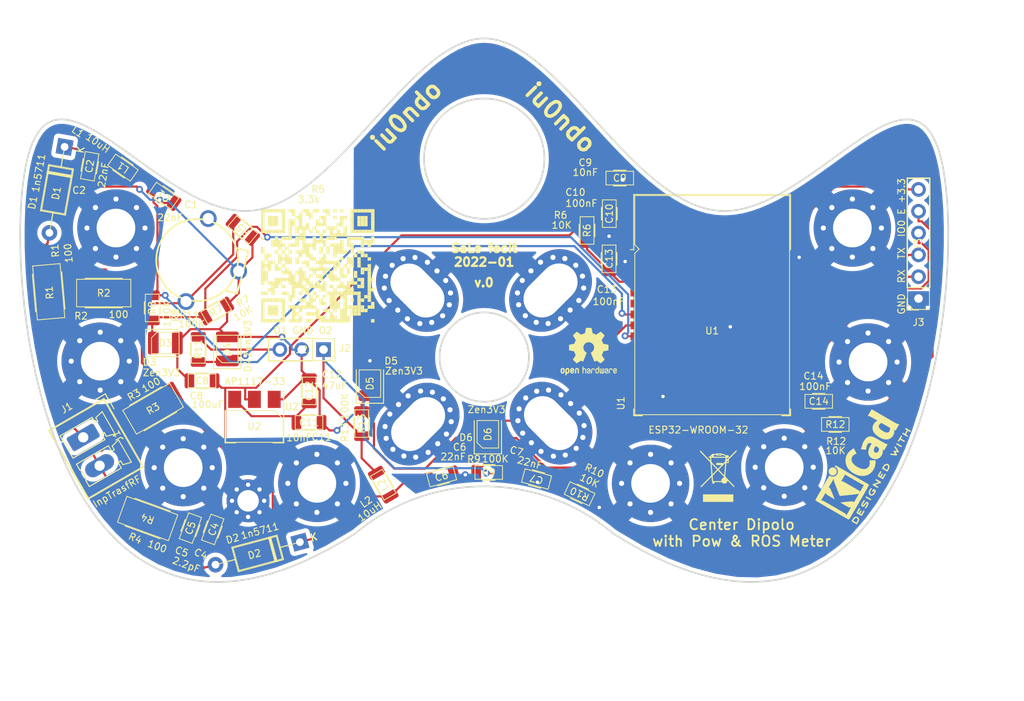
<source format=kicad_pcb>
(kicad_pcb (version 20211014) (generator pcbnew)
  (layers (0 "F.Cu" signal) (31 "B.Cu" signal) (34 "B.Paste" user) (35 "F.Paste" user) (36 "B.SilkS" user "B.Silkscreen") (37 "F.SilkS" user "F.Silkscreen") (38 "B.Mask" user) (39 "F.Mask" user) (44 "Edge.Cuts" user))
  (net 0 "")
  (net 1 "Net-(C4-Pad2)")
  (net 2 "GND")
  (net 3 "Net-(C1-Pad2)")
  (net 4 "Net-(C2-Pad2)")
  (net 5 "Net-(C3-Pad1)")
  (net 6 "Net-(C6-Pad2)")
  (net 7 "Net-(C7-Pad2)")
  (net 8 "Net-(D1-Pad2)")
  (net 9 "Net-(D2-Pad2)")
  (net 36 "Net-(C10-Pad2)")
  (net 37 "Net-(C11-Pad2)")
  (net 38 "Net-(C13-Pad2)")
  (net 39 "Net-(C14-Pad2)")
  (net 40 "Net-(D3-Pad1)")
  (net 41 "Net-(D4-Pad1)")
  (net 42 "Net-(D5-Pad1)")
  (net 43 "Net-(D6-Pad1)")
  (net 44 "Net-(J3-Pad2)")
  (net 45 "Net-(J3-Pad3)")
  (footprint "Resistor_SMD:R_1206_3216Metric" (layer "F.Cu") (at 149.225 113.7412)
    (fp_text reference "R9")
    (fp_text value "100K")
  )
  (footprint "Resistor_SMD:R_1206_3216Metric" (layer "F.Cu") (at 159.7914 116.2304 155)
    (fp_text reference "R10")
    (fp_text value "10K")
  )
  (footprint "Resistor_SMD:R_1206_3216Metric" (layer "F.Cu") (at 120.6246 85.4964 140)
    (fp_text reference "R5")
    (fp_text value "3.3k")
  )
  (footprint "Resistor_SMD:R_1206_3216Metric" (layer "F.Cu") (at 163.2458 83.6168 90)
    (fp_text reference "C10")
    (fp_text value "100nF")
  )
  (footprint "Inductor_SMD:L_1206_3216Metric" (layer "F.Cu") (at 136.9568 115.1636 120)
    (fp_text reference "L2")
    (fp_text value "10uH")
  )
  (footprint "Resistor_SMD:R_1206_3216Metric" (layer "F.Cu") (at 164.465 79.4766 180)
    (fp_text reference "C9")
    (fp_text value "10nF")
  )
  (footprint "Resistor_SMD:R_1206_3216Metric" (layer "F.Cu") (at 110.0836 94.5896 -90)
    (fp_text reference "R8")
    (fp_text value "100K")
  )
  (footprint "Resistor_SMD:R_2512_6332Metric" (layer "F.Cu") (at 98.044 92.71 95)
    (fp_text reference "R1")
    (fp_text value "100")
  )
  (footprint "MountingHole:MountingHole_4.3x7mm_M4_Pad_Via" (layer "F.Cu") (at 140.9281 92.5665 -45)
    (fp_text reference "H7" hide)
    (fp_text value " ")
  )
  (footprint "MountingHole:MountingHole_4.5mm_Pad_Via" (layer "F.Cu") (at 193.3448 100.8888)
    (fp_text reference "H10" hide)
    (fp_text value " ")
  )
  (footprint "Package_TO_SOT_SMD:SOT-223-3_TabPin2" (layer "F.Cu") (at 121.9708 108.3818 -90)
    (fp_text reference "U2")
    (fp_text value "AP1117-33")
  )
  (footprint "MountingHole:MountingHole_4.3x7mm_M4_Pad_Via" (layer "F.Cu") (at 156.464 108.0008 135)
    (fp_text reference "H9" hide)
    (fp_text value " ")
  )
  (footprint "Resistor_SMD:R_1206_3216Metric" (layer "F.Cu") (at 117.5258 94.9452 -150)
    (fp_text reference "R7")
    (fp_text value "10K")
  )
  (footprint "Capacitor_THT:GZC10100" (layer "F.Cu") (at 115.3086 89.0209 -15)
    (fp_text reference "C3")
    (fp_text value "C_Trim" hide)
  )
  (footprint "Diode_THT:D_A-405_P10.16mm_Horizontal" (layer "F.Cu") (at 127.2587 121.8498 -165)
    (fp_text reference "D2")
    (fp_text value "1n5711")
  )
  (footprint "Resistor_SMD:R_1206_3216Metric" (layer "F.Cu") (at 134.4422 108.0516 90)
    (fp_text reference "R13")
    (fp_text value "100K")
  )
  (footprint "Resistor_SMD:R_1206_3216Metric" (layer "F.Cu") (at 111.4298 81.534 145)
    (fp_text reference "C1")
    (fp_text value "22nF")
  )
  (footprint "Resistor_SMD:R_1206_3216Metric" (layer "F.Cu") (at 128.3208 107.9246 180)
    (fp_text reference "C11")
    (fp_text value "10nF")
  )
  (footprint "MountingHole:MountingHole_4.5mm_Pad_Via" (layer "F.Cu") (at 191.516 85.2932)
    (fp_text reference "H11" hide)
    (fp_text value " ")
  )
  (footprint "Resistor_SMD:R_1206_3216Metric" (layer "F.Cu") (at 189.5348 108.1532)
    (fp_text reference "R12")
    (fp_text value "10K")
  )
  (footprint "Resistor_SMD:R_1206_3216Metric" (layer "F.Cu") (at 160.655 85.5726 90)
    (fp_text reference "R6")
    (fp_text value "10K")
  )
  (footprint "MountingHole:MountingHole_4.5mm_Pad_Via" (layer "F.Cu") (at 113.6904 113.1824)
    (fp_text reference "H5" hide)
    (fp_text value " ")
  )
  (footprint "Resistor_SMD:R_1206_3216Metric" (layer "F.Cu") (at 128.3462 104.2416 -90)
    (fp_text reference "C12")
    (fp_text value "47uF")
  )
  (footprint "MountingHole:MountingHole_4.5mm_Pad_Via" (layer "F.Cu") (at 168.0464 115.0112)
    (fp_text reference "H12" hide)
    (fp_text value " ")
  )
  (footprint "Symbol:WEEE-Logo_4.2x6mm_SilkScreen" (layer "F.Cu") (at 175.9204 114.1476)
    (fp_text reference "REF**" hide)
    (fp_text value "WEEE-Logo_4.2x6mm_SilkScreen" hide)
  )
  (footprint "Resistor_SMD:R_2512_6332Metric" (layer "F.Cu") (at 109.5502 119.1006 160)
    (fp_text reference "R4")
    (fp_text value "100")
  )
  (footprint "Resistor_SMD:R_2512_6332Metric" (layer "F.Cu") (at 110.1852 106.3244 -150)
    (fp_text reference "R3")
    (fp_text value "100")
  )
  (footprint "MountingHole:MountingHole_4.3x7mm_M4_Pad_Via" (layer "F.Cu") (at 156.4132 92.5576 45)
    (fp_text reference "H6" hide)
    (fp_text value " ")
  )
  (footprint "Resistor_SMD:R_1206_3216Metric" (layer "F.Cu") (at 115.443 99.4156 90)
    (fp_text reference "R11")
    (fp_text value "100K")
  )
  (footprint "Connector_PinSocket_2.54mm:PinSocket_1x03_P2.54mm_Vertical" (layer "F.Cu") (at 130.0076 99.4406 -90)
    (fp_text reference "J2")
    (fp_text value "O1 GND O2")
  )
  (footprint "Resistor_SMD:R_1206_3216Metric" (layer "F.Cu") (at 102.8192 78.105 80)
    (fp_text reference "C2")
    (fp_text value "22nF")
  )
  (footprint "MountingHole:MountingHole_4.5mm_Pad_Via" (layer "F.Cu") (at 105.8672 85.2932)
    (fp_text reference "H2" hide)
    (fp_text value " ")
  )
  (footprint "Resistor_SMD:R_1206_3216Metric" (layer "F.Cu") (at 114.5286 120.2182 70)
    (fp_text reference "C5")
    (fp_text value "2.2pF" hide)
  )
  (footprint "Resistor_SMD:R_1206_3216Metric" (layer "F.Cu") (at 143.7386 114.2238 -165)
    (fp_text reference "C6")
    (fp_text value "22nF")
  )
  (footprint "Resistor_SMD:R_1206_3216Metric" (layer "F.Cu") (at 154.7876 114.5032 165)
    (fp_text reference "C7")
    (fp_text value "22nF")
  )
  (footprint "MountingHole:MountingHole_4.5mm_Pad_Via" (layer "F.Cu") (at 183.5912 113.1316)
    (fp_text reference "H13" hide)
    (fp_text value " ")
  )
  (footprint "MountingHole:MountingHole_4.3x7mm_M4_Pad_Via" (layer "F.Cu") (at 141.0119 108.1113 -135)
    (fp_text reference "H8" hide)
    (fp_text value " ")
  )
  (footprint "Resistor_SMD:R_2512_6332Metric" (layer "F.Cu") (at 104.4448 92.8624)
    (fp_text reference "R2")
    (fp_text value "100")
  )
  (footprint "Symbol:KiCad-Logo2_5mm_SilkScreen" (layer "F.Cu") (at 192.5828 112.8522 60)
    (fp_text reference "REF**" hide)
    (fp_text value "KiCad-Logo2_5mm_SilkScreen" hide)
  )
  (footprint "Connector_Phoenix_MC:PhoenixContact_MCV_1,5_2-G-3.81_1x02_P3.81mm_Vertical" (layer "F.Cu") (at 102.062 109.6528 -60)
    (fp_text reference "J1")
    (fp_text value "InpTrasfRF")
  )
  (footprint "Connector_PinSocket_2.54mm:PinSocket_1x06_P2.54mm_Vertical" (layer "F.Cu") (at 199.2126 93.4978 180)
    (fp_text reference "J3")
    (fp_text value "GND  RX  TX  IO0 E +3.3")
  )
  (footprint "Diode_SMD:D_1210_3225Metric" (layer "F.Cu") (at 135.4074 103.4034 90)
    (fp_text reference "D5")
    (fp_text value "Zen3V3")
  )
  (footprint "Symbol:OSHW-Logo2_7.3x6mm_SilkScreen" (layer "F.Cu") (at 160.8582 99.6696)
    (fp_text reference "REF**" hide)
    (fp_text value "OSHW-Logo2_7.3x6mm_SilkScreen" hide)
  )
  (footprint "Diode_THT:D_A-405_P10.16mm_Horizontal" (layer "F.Cu") (at 99.8913 75.8454 -100)
    (fp_text reference "D1")
    (fp_text value "1n5711")
  )
  (footprint "Resistor_SMD:R_1206_3216Metric" (layer "F.Cu") (at 187.6044 105.4608 180)
    (fp_text reference "C14")
    (fp_text value "100nF")
  )
  (footprint "Resistor_SMD:R_1206_3216Metric" (layer "F.Cu") (at 115.8748 103.0732)
    (fp_text reference "C8")
    (fp_text value "100uF")
  )
  (footprint "MountingHole:MountingHole_4.5mm_Pad_Via" (layer "F.Cu") (at 104.0384 100.7872)
    (fp_text reference "H4" hide)
    (fp_text value " ")
  )
  (footprint "Diode_SMD:D_1210_3225Metric" (layer "F.Cu") (at 118.8212 99.3648 90)
    (fp_text reference "D4")
    (fp_text value "Zen3V3")
  )
  (footprint "RF_Module:ESP32-WROOM-32" (layer "F.Cu") (at 175.2092 97.2566)
    (fp_text reference "U1")
    (fp_text value "ESP32-WROOM-32")
  )
  (footprint "https://github.com/SaLeeC/CentralElementForDipoleAntennaBNC" (layer "F.Cu") (at 129.3368 89.6874)
    (fp_text reference "QR0001" hide)
    (fp_text value "github.com/SaLeeC/CentralElementForDipoleAntennaBNC" hide)
  )
  (footprint "Resistor_SMD:R_1206_3216Metric" (layer "F.Cu") (at 117.1194 120.3706 70)
    (fp_text reference "C4")
    (fp_text value "2.2pF")
  )
  (footprint "Diode_SMD:D_1210_3225Metric" (layer "F.Cu") (at 111.6076 98.679)
    (fp_text reference "D3")
    (fp_text value "Zen3V3")
  )
  (footprint "Inductor_SMD:L_1206_3216Metric" (layer "F.Cu") (at 106.68 78.2574 145)
    (fp_text reference "L1")
    (fp_text value "10uH")
  )
  (footprint "MountingHole:MountingHole_4.5mm_Pad_Via" (layer "F.Cu") (at 129.2352 115.0112)
    (fp_text reference "H1" hide)
    (fp_text value " ")
  )
  (footprint "Resistor_SMD:R_1206_3216Metric" (layer "F.Cu") (at 163.2204 88.8746 -90)
    (fp_text reference "C13")
    (fp_text value "100nF")
  )
  (footprint "Diode_SMD:D_1210_3225Metric" (layer "F.Cu") (at 149.1234 109.2962 90)
    (fp_text reference "D6")
    (fp_text value "Zen3V3")
  )
  (footprint "MountingHole:MountingHole_2.5mm_Pad_Via" (layer "F.Cu") (at 121.2342 117.0432)
    (fp_text reference "H3" hide)
    (fp_text value " ")
  )
  (gr_arc (start 133.7 120.843757) (mid 148.70001 115.357199) (end 163.700021 120.843757) (layer "Edge.Cuts") (width 0.2))
  (gr_curve (pts (xy 95.3567 78.184) (xy 98.2634 63.227) (xy 110.327 83.312) (xy 120.8786 83.31)) (layer "Edge.Cuts") (width 0.2))
  (gr_curve (pts (xy 133.7 120.843757) (xy 98.7 143.1419) (xy 92.45 93.142) (xy 95.3567 78.184)) (layer "Edge.Cuts") (width 0.2))
  (gr_circle (center 148.7 77.221) (end 155.7 77.221) (layer "Edge.Cuts") (width 0.2) (fill none))
  (gr_curve (pts (xy 148.7 63.221) (xy 157.47 63.221) (xy 166.24 83.309) (xy 176.656 83.31)) (layer "Edge.Cuts") (width 0.2))
  (gr_circle (center 148.7 100.313) (end 153.9 100.313) (layer "Edge.Cuts") (width 0.2) (fill none))
  (gr_curve (pts (xy 202.043 78.184) (xy 204.95 93.142) (xy 198.7 143.1419) (xy 163.700021 120.843757)) (layer "Edge.Cuts") (width 0.2))
  (gr_curve (pts (xy 120.8786 83.31) (xy 131.16 83.309) (xy 139.93 63.221) (xy 148.7 63.221)) (layer "Edge.Cuts") (width 0.2))
  (gr_curve (pts (xy 176.656 83.31) (xy 187.073 83.312) (xy 199.137 63.227) (xy 202.043 78.184)) (layer "Edge.Cuts") (width 0.2))
  (gr_text "iu0ndo" (at 148.6662 67.4116) (layer "F.Cu") (effects (font (size 2 2) (thickness 0.4))))
  (gr_text "v.0" (at 148.6662 91.6432) (layer "F.SilkS") (effects (font (size 1 1) (thickness 0.25))))
  (gr_text "iu0ndo" (at 139.6492 72.2122 45) (layer "F.SilkS") (effects (font (size 2 2) (thickness 0.4))))
  (gr_text "iu0ndo" (at 157.5816 72.4408 -45) (layer "F.SilkS") (effects (font (size 2 2) (thickness 0.4))))
  (gr_text "Center Dipolo\nwith Pow & ROS Meter" (at 178.6382 120.777) (layer "F.SilkS") (effects (font (size 1.2 1.2) (thickness 0.2))))
  (gr_text "SaLe fecit\n2022-01" (at 148.6916 88.4428) (layer "F.SilkS") (effects (font (size 1 1) (thickness 0.25))))
  (segment (start 118.2469 118.369) (end 117.6196 118.9963) (width 0.25) (layer "F.Cu") (net 1))
  (segment (start 117.4672 118.8439) (end 117.6196 118.9963) (width 0.25) (layer "F.Cu") (net 1))
  (segment (start 119.9084 118.369) (end 118.2469 118.369) (width 0.25) (layer "F.Cu") (net 1))
  (segment (start 115.0288 118.8439) (end 117.4672 118.8439) (width 0.25) (layer "F.Cu") (net 1))
  (segment (start 104.038 100.787) (end 104.038 102.21) (width 6) (layer "B.Cu") (net 1))
  (segment (start 113.69 113.182) (end 113.69 113.36) (width 6) (layer "B.Cu") (net 1))
  (segment (start 105.867 85.2932) (end 105.766 85.3948) (width 6) (layer "B.Cu") (net 1))
  (segment (start 165.1973 89.1882) (end 165.3839 89.0016) (width 0.25) (layer "F.Cu") (net 2))
  (segment (start 169.4942 104.8963) (end 169.4942 106.5116) (width 0.25) (layer "F.Cu") (net 2))
  (segment (start 108.2967 80.4678) (end 103.4877 80.4678) (width 0.25) (layer "F.Cu") (net 2))
  (segment (start 177.3198 96.7869) (end 177.0345 96.5016) (width 0.25) (layer "F.Cu") (net 2))
  (segment (start 117.9206 97.0642) (end 114.5321 97.0642) (width 0.25) (layer "F.Cu") (net 2))
  (segment (start 114.4123 103.0732) (end 113.0076 101.6685) (width 0.25) (layer "F.Cu") (net 2))
  (segment (start 120.1382 92.8681) (end 120.1382 90.315) (width 0.25) (layer "F.Cu") (net 2))
  (segment (start 166.7092 89.0016) (end 165.3839 89.0016) (width 0.25) (layer "F.Cu") (net 2))
  (segment (start 127.4676 101.9005) (end 127.4676 99.4406) (width 0.25) (layer "F.Cu") (net 2))
  (segment (start 165.7363 79.6678) (end 165.9275 79.4766) (width 0.25) (layer "F.Cu") (net 2))
  (segment (start 127.621 102.9569) (end 125.3461 105.2318) (width 0.25) (layer "F.Cu") (net 2))
  (segment (start 118.7924 94.2139) (end 120.1382 92.8681) (width 0.25) (layer "F.Cu") (net 2))
  (segment (start 118.8212 97.9648) (end 117.9206 97.0642) (width 0.25) (layer "F.Cu") (net 2))
  (segment (start 174.2092 96.5016) (end 177.0345 96.5016) (width 0.25) (layer "F.Cu") (net 2))
  (segment (start 156.2003 114.8817) (end 154.8872 114.8817) (width 0.25) (layer "F.Cu") (net 2))
  (segment (start 163.2204 85.1047) (end 163.2204 86.2457) (width 0.25) (layer "F.Cu") (net 2))
  (segment (start 128.3462 102.9569) (end 127.621 102.9569) (width 0.25) (layer "F.Cu") (net 2))
  (segment (start 118.7924 96.1924) (end 118.7924 94.2139) (width 0.25) (layer "F.Cu") (net 2))
  (segment (start 113.0076 101.6685) (end 113.0076 98.679) (width 0.25) (layer "F.Cu") (net 2))
  (segment (start 108.6156 80.7867) (end 108.2967 80.4678) (width 0.25) (layer "F.Cu") (net 2))
  (segment (start 112.6278 82.3729) (end 111.3304 82.3729) (width 0.25) (layer "F.Cu") (net 2))
  (segment (start 121.7449 88.7083) (end 121.7449 86.4365) (width 0.25) (layer "F.Cu") (net 2))
  (segment (start 190.9583 103.2753) (end 189.0669 105.1667) (width 0.25) (layer "F.Cu") (net 2))
  (segment (start 130.7051 108.8464) (end 129.7833 107.9246) (width 0.25) (layer "F.Cu") (net 2))
  (segment (start 129.7833 107.9246) (end 129.5572 107.6985) (width 0.25) (layer "F.Cu") (net 2))
  (segment (start 128.3462 102.9569) (end 128.3462 102.7791) (width 0.25) (layer "F.Cu") (net 2))
  (segment (start 129.5572 104.1679) (end 128.3462 102.9569) (width 0.25) (layer "F.Cu") (net 2))
  (segment (start 163.2458 85.0793) (end 163.2204 85.1047) (width 0.25) (layer "F.Cu") (net 2))
  (segment (start 117.9206 97.0642) (end 118.7924 96.1924) (width 0.25) (layer "F.Cu") (net 2))
  (segment (start 152.6166 107.7187) (end 149.3009 107.7187) (width 0.25) (layer "F.Cu") (net 2))
  (segment (start 113.0076 98.5887) (end 113.0076 98.679) (width 0.25) (layer "F.Cu") (net 2))
  (segment (start 185.3309 88.7052) (end 185.0345 89.0016) (width 0.25) (layer "F.Cu") (net 2))
  (segment (start 183.7092 89.0016) (end 185.0345 89.0016) (width 0.25) (layer "F.Cu") (net 2))
  (segment (start 149.3009 107.7187) (end 149.1234 107.8962) (width 0.25) (layer "F.Cu") (net 2))
  (segment (start 135.4074 100.7387) (end 135.4074 102.0034) (width 0.25) (layer "F.Cu") (net 2))
  (segment (start 163.2204 86.2457) (end 163.2204 87.4121) (width 0.25) (layer "F.Cu") (net 2))
  (segment (start 128.3462 102.7791) (end 127.4676 101.9005) (width 0.25) (layer "F.Cu") (net 2))
  (segment (start 146.4931 114.0041) (end 145.3101 114.0041) (width 0.25) (layer "F.Cu") (net 2))
  (segment (start 165.0897 89.1882) (end 165.1973 89.1882) (width 0.25) (layer "F.Cu") (net 2))
  (segment (start 145.3101 114.0041) (end 145.1513 113.8453) (width 0.25) (layer "F.Cu") (net 2))
  (segment (start 125.1717 97.9638) (end 118.8222 97.9638) (width 0.25) (layer "F.Cu") (net 2))
  (segment (start 118.8222 97.9638) (end 118.8212 97.9648) (width 0.25) (layer "F.Cu") (net 2))
  (segment (start 164.7562 79.6678) (end 165.7363 79.6678) (width 0.25) (layer "F.Cu") (net 2))
  (segment (start 124.2708 105.2318) (end 125.3461 105.2318) (width 0.25) (layer "F.Cu") (net 2))
  (segment (start 111.3304 82.3729) (end 110.9555 81.998) (width 0.25) (layer "F.Cu") (net 2))
  (segment (start 103.4877 80.4678) (end 102.5652 79.5453) (width 0.25) (layer "F.Cu") (net 2))
  (segment (start 161.1169 116.8485) (end 162.0821 117.8137) (width 0.25) (layer "F.Cu") (net 2))
  (segment (start 131.58 108.8464) (end 130.7051 108.8464) (width 0.25) (layer "F.Cu") (net 2))
  (segment (start 120.1382 90.315) (end 121.7449 88.7083) (width 0.25) (layer "F.Cu") (net 2))
  (segment (start 189.0669 105.1667) (end 189.0669 105.4608) (width 0.25) (layer "F.Cu") (net 2))
  (segment (start 129.5572 107.6985) (end 129.5572 104.1679) (width 0.25) (layer "F.Cu") (net 2))
  (segment (start 114.5321 97.0642) (end 113.0076 98.5887) (width 0.25) (layer "F.Cu") (net 2))
  (via (at 162.0821 117.8137) (size 0.8) (drill 0.4) (layers "F.Cu" "B.Cu") (net 2))
  (via (at 154.8872 114.8817) (size 0.8) (drill 0.4) (layers "F.Cu" "B.Cu") (net 2))
  (via (at 177.3198 96.7869) (size 0.8) (drill 0.4) (layers "F.Cu" "B.Cu") (net 2))
  (via (at 131.58 108.8464) (size 0.8) (drill 0.4) (layers "F.Cu" "B.Cu") (net 2))
  (via (at 165.0897 89.1882) (size 0.8) (drill 0.4) (layers "F.Cu" "B.Cu") (net 2))
  (via (at 146.4931 114.0041) (size 0.8) (drill 0.4) (layers "F.Cu" "B.Cu") (net 2))
  (via (at 163.2204 86.2457) (size 0.8) (drill 0.4) (layers "F.Cu" "B.Cu") (net 2))
  (via (at 135.4074 100.7387) (size 0.8) (drill 0.4) (layers "F.Cu" "B.Cu") (net 2))
  (via (at 169.4942 104.8963) (size 0.8) (drill 0.4) (layers "F.Cu" "B.Cu") (net 2))
  (via (at 125.1717 97.9638) (size 0.8) (drill 0.4) (layers "F.Cu" "B.Cu") (net 2))
  (via (at 185.3309 88.7052) (size 0.8) (drill 0.4) (layers "F.Cu" "B.Cu") (net 2))
  (via (at 164.7562 79.6678) (size 0.8) (drill 0.4) (layers "F.Cu" "B.Cu") (net 2))
  (via (at 108.6156 80.7867) (size 0.8) (drill 0.4) (layers "F.Cu" "B.Cu") (net 2))
  (via (at 110.9555 81.998) (size 0.8) (drill 0.4) (layers "F.Cu" "B.Cu") (net 2))
  (segment (start 111.8212 81.998) (end 110.9555 81.998) (width 0.25) (layer "B.Cu") (net 2))
  (segment (start 127.4676 99.4406) (end 126.2923 99.4406) (width 0.25) (layer "B.Cu") (net 2))
  (segment (start 126.2923 99.0844) (end 125.1717 97.9638) (width 0.25) (layer "B.Cu") (net 2))
  (segment (start 126.2923 99.4406) (end 126.2923 99.0844) (width 0.25) (layer "B.Cu") (net 2))
  (segment (start 110.9555 81.998) (end 109.8269 81.998) (width 0.25) (layer "B.Cu") (net 2))
  (segment (start 120.1382 90.315) (end 111.8212 81.998) (width 0.25) (layer "B.Cu") (net 2))
  (segment (start 133.3927 107.0337) (end 131.58 108.8464) (width 0.25) (layer "B.Cu") (net 2))
  (segment (start 109.8269 81.998) (end 108.6156 80.7867) (width 0.25) (layer "B.Cu") (net 2))
  (segment (start 110.2302 82.2984) (end 110.6925 82.7607) (width 0.25) (layer "F.Cu") (net 3))
  (segment (start 108.6975 79.1608) (end 107.9702 79.1608) (width 0.25) (layer "F.Cu") (net 3))
  (segment (start 116.9263 99.4364) (end 115.443 97.9531) (width 0.25) (layer "F.Cu") (net 3))
  (segment (start 110.2302 80.6967) (end 110.2302 82.2984) (width 0.25) (layer "F.Cu") (net 3))
  (segment (start 124.9276 99.4406) (end 123.7523 99.4406) (width 0.25) (layer "F.Cu") (net 3))
  (segment (start 123.7481 99.4364) (end 116.9263 99.4364) (width 0.25) (layer "F.Cu") (net 3))
  (segment (start 110.6925 92.5182) (end 110.0836 93.1271) (width 0.25) (layer "F.Cu") (net 3))
  (segment (start 110.0836 93.1271) (end 111.591 93.1271) (width 0.25) (layer "F.Cu") (net 3))
  (segment (start 110.6925 82.7607) (end 110.6925 92.5182) (width 0.25) (layer "F.Cu") (net 3))
  (segment (start 123.7523 99.4406) (end 123.7481 99.4364) (width 0.25) (layer "F.Cu") (net 3))
  (segment (start 110.2318 80.6951) (end 108.6975 79.1608) (width 0.25) (layer "F.Cu") (net 3))
  (segment (start 110.2318 80.6951) (end 110.2302 80.6967) (width 0.25) (layer "F.Cu") (net 3))
  (via (at 111.591 93.1271) (size 0.8) (drill 0.4) (layers "F.Cu" "B.Cu") (net 3))
  (segment (start 122.3059 100.887) (end 123.7523 99.4406) (width 0.25) (layer "B.Cu") (net 3))
  (segment (start 119.196 100.887) (end 122.3059 100.887) (width 0.25) (layer "B.Cu") (net 3))
  (segment (start 111.591 93.1271) (end 111.591 93.282) (width 0.25) (layer "B.Cu") (net 3))
  (segment (start 111.591 93.282) (end 119.196 100.887) (width 0.25) (layer "B.Cu") (net 3))
  (segment (start 124.9276 99.4406) (end 123.7523 99.4406) (width 0.25) (layer "B.Cu") (net 3))
  (segment (start 99.8913 75.8454) (end 101.3108 76.0956) (width 0.25) (layer "F.Cu") (net 4))
  (segment (start 101.3108 76.0956) (end 101.3108 76.0957) (width 0.25) (layer "F.Cu") (net 4))
  (segment (start 105.3898 77.354) (end 103.7625 77.354) (width 0.25) (layer "F.Cu") (net 4))
  (segment (start 103.7625 77.354) (end 103.0732 76.6647) (width 0.25) (layer "F.Cu") (net 4))
  (segment (start 101.3108 76.0957) (end 101.8798 76.6647) (width 0.25) (layer "F.Cu") (net 4))
  (segment (start 101.8798 76.6647) (end 103.0732 76.6647) (width 0.25) (layer "F.Cu") (net 4))
  (segment (start 114.1808 121.7449) (end 114.0284 121.5925) (width 0.25) (layer "F.Cu") (net 5))
  (segment (start 119.7454 112.707) (end 119.7454 112.4132) (width 0.25) (layer "F.Cu") (net 5))
  (segment (start 112.7508 104.8431) (end 108.8822 100.9745) (width 0.25) (layer "F.Cu") (net 5))
  (segment (start 116.6192 121.7449) (end 114.1808 121.7449) (width 0.25) (layer "F.Cu") (net 5))
  (segment (start 108.5915 94.0466) (end 108.8822 94.0466) (width 0.25) (layer "F.Cu") (net 5))
  (segment (start 113.8127 121.5925) (end 112.334 120.1138) (width 0.25) (layer "F.Cu") (net 5))
  (segment (start 119.7454 112.4132) (end 112.7508 105.4186) (width 0.25) (layer "F.Cu") (net 5))
  (segment (start 98.1456 90.1186) (end 104.6635 90.1186) (width 0.25) (layer "F.Cu") (net 5))
  (segment (start 120.5853 121.7449) (end 124.1062 118.224) (width 0.25) (layer "F.Cu") (net 5))
  (segment (start 104.6635 90.1186) (end 107.4073 92.8624) (width 0.25) (layer "F.Cu") (net 5))
  (segment (start 124.1062 118.224) (end 124.1062 115.9186) (width 0.25) (layer "F.Cu") (net 5))
  (segment (start 119.5043 84.5563) (end 119.5043 88.3607) (width 0.25) (layer "F.Cu") (net 5))
  (segment (start 112.7508 105.4186) (end 112.7508 104.8431) (width 0.25) (layer "F.Cu") (net 5))
  (segment (start 121.5658 113.3782) (end 120.4166 113.3782) (width 0.25) (layer "F.Cu") (net 5))
  (segment (start 97.7858 89.7588) (end 98.1456 90.1186) (width 0.25) (layer "F.Cu") (net 5))
  (segment (start 124.1062 115.9186) (end 121.5658 113.3782) (width 0.25) (layer "F.Cu") (net 5))
  (segment (start 108.8822 100.9745) (end 108.8822 94.0466) (width 0.25) (layer "F.Cu") (net 5))
  (segment (start 107.4073 92.8624) (end 108.5915 94.0466) (width 0.25) (layer "F.Cu") (net 5))
  (segment (start 116.6192 121.7449) (end 120.5853 121.7449) (width 0.25) (layer "F.Cu") (net 5))
  (segment (start 113.8184 94.0466) (end 114.0145 93.8505) (width 0.25) (layer "F.Cu") (net 5))
  (segment (start 108.8822 94.0466) (end 113.8184 94.0466) (width 0.25) (layer "F.Cu") (net 5))
  (segment (start 120.4166 113.3782) (end 119.7454 112.707) (width 0.25) (layer "F.Cu") (net 5))
  (segment (start 119.5043 88.3607) (end 114.0145 93.8505) (width 0.25) (layer "F.Cu") (net 5))
  (segment (start 114.0284 121.5925) (end 113.8127 121.5925) (width 0.25) (layer "F.Cu") (net 5))
  (segment (start 127.2587 121.8498) (end 128.7595 121.4477) (width 0.25) (layer "F.Cu") (net 6))
  (segment (start 139.6696 114.6023) (end 137.7443 116.5276) (width 0.25) (layer "F.Cu") (net 6))
  (segment (start 130.2275 121.4477) (end 135.1476 116.5276) (width 0.25) (layer "F.Cu") (net 6))
  (segment (start 128.7595 121.4477) (end 130.2275 121.4477) (width 0.25) (layer "F.Cu") (net 6))
  (segment (start 135.1476 116.5276) (end 137.7443 116.5276) (width 0.25) (layer "F.Cu") (net 6))
  (segment (start 142.3259 114.6023) (end 139.6696 114.6023) (width 0.25) (layer "F.Cu") (net 6))
  (segment (start 134.4422 112.0725) (end 136.1693 113.7996) (width 0.25) (layer "F.Cu") (net 7))
  (segment (start 130.0076 105.0795) (end 130.0076 99.4406) (width 0.25) (layer "F.Cu") (net 7))
  (segment (start 151.071 114.1247) (end 150.6875 113.7412) (width 0.25) (layer "F.Cu") (net 7))
  (segment (start 150.6026 113.8261) (end 150.6875 113.7412) (width 0.25) (layer "F.Cu") (net 7))
  (segment (start 148.938 113.8261) (end 150.6026 113.8261) (width 0.25) (layer "F.Cu") (net 7))
  (segment (start 153.3749 114.1247) (end 151.071 114.1247) (width 0.25) (layer "F.Cu") (net 7))
  (segment (start 134.4422 109.5141) (end 134.4422 112.0725) (width 0.25) (layer "F.Cu") (net 7))
  (segment (start 134.4422 109.5141) (end 130.0076 105.0795) (width 0.25) (layer "F.Cu") (net 7))
  (via (at 148.938 113.8261) (size 0.8) (drill 0.4) (layers "F.Cu" "B.Cu") (net 7))
  (segment (start 138.2502 113.2475) (end 134.682 109.6793) (width 0.25) (layer "B.Cu") (net 7))
  (segment (start 134.682 105.2903) (end 130.0076 100.6159) (width 0.25) (layer "B.Cu") (net 7))
  (segment (start 148.3594 113.2475) (end 138.2502 113.2475) (width 0.25) (layer "B.Cu") (net 7))
  (segment (start 134.682 109.6793) (end 134.682 105.2903) (width 0.25) (layer "B.Cu") (net 7))
  (segment (start 148.938 113.8261) (end 148.3594 113.2475) (width 0.25) (layer "B.Cu") (net 7))
  (segment (start 130.0076 99.4406) (end 130.0076 100.6159) (width 0.25) (layer "B.Cu") (net 7))
  (segment (start 98.127 85.851) (end 97.8987 87.1459) (width 0.25) (layer "F.Cu") (net 8))
  (segment (start 102.062 109.6528) (end 98.3022 105.893) (width 0.25) (layer "F.Cu") (net 8))
  (segment (start 98.3022 92.8624) (end 98.1715 92.8624) (width 0.25) (layer "F.Cu") (net 8))
  (segment (start 97.8217 87.1459) (end 97.8987 87.1459) (width 0.25) (layer "F.Cu") (net 8))
  (segment (start 101.4823 92.8624) (end 98.3022 92.8624) (width 0.25) (layer "F.Cu") (net 8))
  (segment (start 95.7309 89.2367) (end 97.8217 87.1459) (width 0.25) (layer "F.Cu") (net 8))
  (segment (start 98.3022 105.893) (end 98.3022 95.6612) (width 0.25) (layer "F.Cu") (net 8))
  (segment (start 95.7309 90.4218) (end 95.7309 89.2367) (width 0.25) (layer "F.Cu") (net 8))
  (segment (start 98.1715 92.8624) (end 95.7309 90.4218) (width 0.25) (layer "F.Cu") (net 8))
  (segment (start 98.3022 92.8624) (end 98.3022 95.6612) (width 0.25) (layer "F.Cu") (net 8))
  (segment (start 115.7777 124.4794) (end 116.13 124.8317) (width 0.25) (layer "F.Cu") (net 9))
  (segment (start 103.967 112.9524) (end 104.7682 114.3402) (width 0.25) (layer "F.Cu") (net 9))
  (segment (start 104.238 111.1873) (end 103.543 111.1873) (width 0.25) (layer "F.Cu") (net 9))
  (segment (start 113.6594 124.4794) (end 115.7777 124.4794) (width 0.25) (layer "F.Cu") (net 9))
  (segment (start 117.4449 124.4794) (end 116.13 124.8317) (width 0.25) (layer "F.Cu") (net 9))
  (segment (start 106.7664 116.3384) (end 106.7664 118.0874) (width 0.25) (layer "F.Cu") (net 9))
  (segment (start 106.7664 118.0874) (end 107.2674 118.0874) (width 0.25) (layer "F.Cu") (net 9))
  (segment (start 107.6196 107.8057) (end 104.238 111.1873) (width 0.25) (layer "F.Cu") (net 9))
  (segment (start 103.543 111.1873) (end 103.1657 111.5646) (width 0.25) (layer "F.Cu") (net 9))
  (segment (start 103.967 112.9524) (end 103.1657 111.5646) (width 0.25) (layer "F.Cu") (net 9))
  (segment (start 104.7682 114.3402) (end 106.7664 116.3384) (width 0.25) (layer "F.Cu") (net 9))
  (segment (start 107.2674 118.0874) (end 113.6594 124.4794) (width 0.25) (layer "F.Cu") (net 9))
  (segment (start 120.8955 103.8857) (end 122.1698 103.8857) (width 0.25) (layer "F.Cu") (net 36))
  (segment (start 161.9486 84.7687) (end 161.9486 87.8975) (width 0.25) (layer "F.Cu") (net 36))
  (segment (start 189.4834 80.4678) (end 177.9441 92.0071) (width 0.25) (layer "F.Cu") (net 36))
  (segment (start 176.2086 90.2716) (end 166.7092 90.2716) (width 0.25) (layer "F.Cu") (net 36))
  (segment (start 199.2126 80.7978) (end 198.0373 80.7978) (width 0.25) (layer "F.Cu") (net 36))
  (segment (start 118.1498 103.8857) (end 117.3373 103.0732) (width 0.25) (layer "F.Cu") (net 36))
  (segment (start 161.29 84.1101) (end 163.2458 82.1543) (width 0.25) (layer "F.Cu") (net 36))
  (segment (start 120.8955 103.8857) (end 118.5746 103.8857) (width 0.25) (layer "F.Cu") (net 36))
  (segment (start 126.103 99.9525) (end 126.103 99.1289) (width 0.25) (layer "F.Cu") (net 36))
  (segment (start 177.9441 92.0071) (end 176.2086 90.2716) (width 0.25) (layer "F.Cu") (net 36))
  (segment (start 122.1698 103.8857) (end 126.103 99.9525) (width 0.25) (layer "F.Cu") (net 36))
  (segment (start 163.0025 79.4766) (end 163.0025 81.911) (width 0.25) (layer "F.Cu") (net 36))
  (segment (start 166.7092 90.2716) (end 165.3839 90.2716) (width 0.25) (layer "F.Cu") (net 36))
  (segment (start 120.8955 103.8857) (end 120.8955 105.2318) (width 0.25) (layer "F.Cu") (net 36))
  (segment (start 118.5746 103.8857) (end 118.1498 103.8857) (width 0.25) (layer "F.Cu") (net 36))
  (segment (start 161.29 84.1101) (end 161.9486 84.7687) (width 0.25) (layer "F.Cu") (net 36))
  (segment (start 164.1279 89.2521) (end 165.1474 90.2716) (width 0.25) (layer "F.Cu") (net 36))
  (segment (start 121.9708 105.2318) (end 120.8955 105.2318) (width 0.25) (layer "F.Cu") (net 36))
  (segment (start 121.9708 111.5318) (end 119.7455 111.5318) (width 0.25) (layer "F.Cu") (net 36))
  (segment (start 198.0373 80.7978) (end 197.7073 80.4678) (width 0.25) (layer "F.Cu") (net 36))
  (segment (start 184.8807 106.8464) (end 183.1117 106.8464) (width 0.25) (layer "F.Cu") (net 36))
  (segment (start 197.7073 80.4678) (end 189.4834 80.4678) (width 0.25) (layer "F.Cu") (net 36))
  (segment (start 163.3032 89.2521) (end 164.1279 89.2521) (width 0.25) (layer "F.Cu") (net 36))
  (segment (start 187.3938 109.3595) (end 184.8807 106.8464) (width 0.25) (layer "F.Cu") (net 36))
  (segment (start 158.6189 86.1462) (end 160.655 84.1101) (width 0.25) (layer "F.Cu") (net 36))
  (segment (start 163.0025 81.911) (end 163.2458 82.1543) (width 0.25) (layer "F.Cu") (net 36))
  (segment (start 126.103 99.1289) (end 139.0857 86.1462) (width 0.25) (layer "F.Cu") (net 36))
  (segment (start 139.0857 86.1462) (end 158.6189 86.1462) (width 0.25) (layer "F.Cu") (net 36))
  (segment (start 182.3838 106.1185) (end 182.3838 96.4468) (width 0.25) (layer "F.Cu") (net 36))
  (segment (start 183.1117 106.8464) (end 182.3838 106.1185) (width 0.25) (layer "F.Cu") (net 36))
  (segment (start 190.9973 108.1532) (end 189.791 109.3595) (width 0.25) (layer "F.Cu") (net 36))
  (segment (start 119.7455 111.5318) (end 118.5746 110.3609) (width 0.25) (layer "F.Cu") (net 36))
  (segment (start 160.655 84.1101) (end 161.29 84.1101) (width 0.25) (layer "F.Cu") (net 36))
  (segment (start 118.5746 110.3609) (end 118.5746 103.8857) (width 0.25) (layer "F.Cu") (net 36))
  (segment (start 161.9486 87.8975) (end 163.3032 89.2521) (width 0.25) (layer "F.Cu") (net 36))
  (segment (start 165.1474 90.2716) (end 165.3839 90.2716) (width 0.25) (layer "F.Cu") (net 36))
  (segment (start 189.791 109.3595) (end 187.3938 109.3595) (width 0.25) (layer "F.Cu") (net 36))
  (segment (start 182.3838 96.4468) (end 177.9441 92.0071) (width 0.25) (layer "F.Cu") (net 36))
  (segment (start 126.8583 107.192) (end 121.631 107.192) (width 0.25) (layer "F.Cu") (net 37))
  (segment (start 128.3462 105.7041) (end 126.8583 107.192) (width 0.25) (layer "F.Cu") (net 37))
  (segment (start 126.8583 107.192) (end 126.8583 107.9246) (width 0.25) (layer "F.Cu") (net 37))
  (segment (start 121.631 107.192) (end 119.6708 105.2318) (width 0.25) (layer "F.Cu") (net 37))
  (segment (start 160.655 87.7717) (end 163.2204 90.3371) (width 0.25) (layer "F.Cu") (net 38))
  (segment (start 181.2049 104.859) (end 177.0935 104.859) (width 0.25) (layer "F.Cu") (net 38))
  (segment (start 185.0308 107.747) (end 183.3754 107.747) (width 0.25) (layer "F.Cu") (net 38))
  (segment (start 187.1355 109.8517) (end 185.0308 107.747) (width 0.25) (layer "F.Cu") (net 38))
  (segment (start 183.3754 107.747) (end 181.6996 106.0712) (width 0.25) (layer "F.Cu") (net 38))
  (segment (start 199.2126 84.5131) (end 199.5799 84.5131) (width 0.25) (layer "F.Cu") (net 38))
  (segment (start 191.2248 109.8517) (end 187.1355 109.8517) (width 0.25) (layer "F.Cu") (net 38))
  (segment (start 164.4249 91.5416) (end 166.7092 91.5416) (width 0.25) (layer "F.Cu") (net 38))
  (segment (start 199.5799 84.5131) (end 200.8444 85.7776) (width 0.25) (layer "F.Cu") (net 38))
  (segment (start 199.2126 83.3378) (end 199.2126 84.5131) (width 0.25) (layer "F.Cu") (net 38))
  (segment (start 181.6996 106.0712) (end 181.6996 105.3537) (width 0.25) (layer "F.Cu") (net 38))
  (segment (start 177.0935 104.859) (end 168.0345 95.8) (width 0.25) (layer "F.Cu") (net 38))
  (segment (start 200.8444 85.7776) (end 200.8444 100.2321) (width 0.25) (layer "F.Cu") (net 38))
  (segment (start 181.6996 105.3537) (end 181.2049 104.859) (width 0.25) (layer "F.Cu") (net 38))
  (segment (start 166.7092 91.5416) (end 168.0345 91.5416) (width 0.25) (layer "F.Cu") (net 38))
  (segment (start 163.2204 90.3371) (end 164.4249 91.5416) (width 0.25) (layer "F.Cu") (net 38))
  (segment (start 168.0345 95.8) (end 168.0345 91.5416) (width 0.25) (layer "F.Cu") (net 38))
  (segment (start 200.8444 100.2321) (end 191.2248 109.8517) (width 0.25) (layer "F.Cu") (net 38))
  (segment (start 160.655 87.0351) (end 160.655 87.7717) (width 0.25) (layer "F.Cu") (net 38))
  (segment (start 195.5298 94.3067) (end 197.5141 92.3224) (width 0.25) (layer "F.Cu") (net 39))
  (segment (start 199.2126 85.8778) (end 199.2126 87.0531) (width 0.25) (layer "F.Cu") (net 39))
  (segment (start 199.5779 87.0531) (end 199.2126 87.0531) (width 0.25) (layer "F.Cu") (net 39))
  (segment (start 186.1419 101.2288) (end 193.064 94.3067) (width 0.25) (layer "F.Cu") (net 39))
  (segment (start 200.394 87.8692) (end 199.5779 87.0531) (width 0.25) (layer "F.Cu") (net 39))
  (segment (start 183.7092 105.5116) (end 186.0911 105.5116) (width 0.25) (layer "F.Cu") (net 39))
  (segment (start 193.064 94.3067) (end 195.5298 94.3067) (width 0.25) (layer "F.Cu") (net 39))
  (segment (start 197.5141 92.3224) (end 199.5118 92.3224) (width 0.25) (layer "F.Cu") (net 39))
  (segment (start 200.394 91.4402) (end 200.394 87.8692) (width 0.25) (layer "F.Cu") (net 39))
  (segment (start 186.0911 106.172) (end 188.0723 108.1532) (width 0.25) (layer "F.Cu") (net 39))
  (segment (start 186.0911 105.5116) (end 186.0911 106.172) (width 0.25) (layer "F.Cu") (net 39))
  (segment (start 186.1419 105.4608) (end 186.1419 101.2288) (width 0.25) (layer "F.Cu") (net 39))
  (segment (start 186.0911 105.5116) (end 186.1419 105.4608) (width 0.25) (layer "F.Cu") (net 39))
  (segment (start 199.5118 92.3224) (end 200.394 91.4402) (width 0.25) (layer "F.Cu") (net 39))
  (segment (start 119.9547 86.8632) (end 121.6656 85.1523) (width 0.25) (layer "F.Cu") (net 40))
  (segment (start 110.2076 98.679) (end 110.0836 98.555) (width 0.25) (layer "F.Cu") (net 40))
  (segment (start 122.2606 85.1523) (end 123.4616 86.3533) (width 0.25) (layer "F.Cu") (net 40))
  (segment (start 119.9547 88.6595) (end 119.9547 86.8632) (width 0.25) (layer "F.Cu") (net 40))
  (segment (start 165.3839 97.8916) (end 165.1253 97.8916) (width 0.25) (layer "F.Cu") (net 40))
  (segment (start 121.6656 85.1523) (end 122.2606 85.1523) (width 0.25) (layer "F.Cu") (net 40))
  (segment (start 116.2592 92.355) (end 119.9547 88.6595) (width 0.25) (layer "F.Cu") (net 40))
  (segment (start 166.7092 97.8916) (end 165.3839 97.8916) (width 0.25) (layer "F.Cu") (net 40))
  (segment (start 116.2592 95.6765) (end 116.2592 92.355) (width 0.25) (layer "F.Cu") (net 40))
  (segment (start 110.4592 95.6765) (end 110.0836 96.0521) (width 0.25) (layer "F.Cu") (net 40))
  (segment (start 110.0836 98.555) (end 110.0836 96.0521) (width 0.25) (layer "F.Cu") (net 40))
  (segment (start 116.2592 95.6765) (end 110.4592 95.6765) (width 0.25) (layer "F.Cu") (net 40))
  (segment (start 165.1253 97.8916) (end 165.0814 97.8477) (width 0.25) (layer "F.Cu") (net 40))
  (via (at 123.4616 86.3533) (size 0.8) (drill 0.4) (layers "F.Cu" "B.Cu") (net 40))
  (via (at 165.0814 97.8477) (size 0.8) (drill 0.4) (layers "F.Cu" "B.Cu") (net 40))
  (segment (start 158.7784 86.3534) (end 123.4616 86.3534) (width 0.25) (layer "B.Cu") (net 40))
  (segment (start 165.4443 93.0193) (end 158.7784 86.3534) (width 0.25) (layer "B.Cu") (net 40))
  (segment (start 123.4616 86.3534) (end 123.4616 86.3533) (width 0.25) (layer "B.Cu") (net 40))
  (segment (start 165.4443 97.4848) (end 165.4443 93.0193) (width 0.25) (layer "B.Cu") (net 40))
  (segment (start 165.0814 97.8477) (end 165.4443 97.4848) (width 0.25) (layer "B.Cu") (net 40))
  (segment (start 164.8512 95.3516) (end 164.719 95.2194) (width 0.25) (layer "F.Cu") (net 41))
  (segment (start 118.7079 100.8781) (end 115.443 100.8781) (width 0.25) (layer "F.Cu") (net 41))
  (segment (start 119.4243 100.1617) (end 118.8212 100.7648) (width 0.25) (layer "F.Cu") (net 41))
  (segment (start 166.7092 95.3516) (end 164.8512 95.3516) (width 0.25) (layer "F.Cu") (net 41))
  (segment (start 118.8212 100.7648) (end 118.7079 100.8781) (width 0.25) (layer "F.Cu") (net 41))
  (segment (start 120.9073 100.1617) (end 119.4243 100.1617) (width 0.25) (layer "F.Cu") (net 41))
  (via (at 120.9073 100.1617) (size 0.8) (drill 0.4) (layers "F.Cu" "B.Cu") (net 41))
  (via (at 164.719 95.2194) (size 0.8) (drill 0.4) (layers "F.Cu" "B.Cu") (net 41))
  (segment (start 159.1832 87.3951) (end 133.6739 87.3951) (width 0.25) (layer "B.Cu") (net 41))
  (segment (start 133.6739 87.3951) (end 120.9073 100.1617) (width 0.25) (layer "B.Cu") (net 41))
  (segment (start 164.719 95.2194) (end 164.719 92.9309) (width 0.25) (layer "B.Cu") (net 41))
  (segment (start 164.719 92.9309) (end 159.1832 87.3951) (width 0.25) (layer "B.Cu") (net 41))
  (segment (start 134.4422 105.7686) (end 134.4422 106.5891) (width 0.25) (layer "F.Cu") (net 42))
  (segment (start 165.2022 96.6216) (end 162.8485 98.9753) (width 0.25) (layer "F.Cu") (net 42))
  (segment (start 141.8313 113.2985) (end 138.2453 113.2985) (width 0.25) (layer "F.Cu") (net 42))
  (segment (start 166.7092 96.6216) (end 165.2022 96.6216) (width 0.25) (layer "F.Cu") (net 42))
  (segment (start 135.4074 104.8034) (end 134.4422 105.7686) (width 0.25) (layer "F.Cu") (net 42))
  (segment (start 162.8485 98.9753) (end 162.8485 109.5668) (width 0.25) (layer "F.Cu") (net 42))
  (segment (start 138.2453 113.2985) (end 135.8758 110.929) (width 0.25) (layer "F.Cu") (net 42))
  (segment (start 145.3939 109.7359) (end 141.8313 113.2985) (width 0.25) (layer "F.Cu") (net 42))
  (segment (start 135.8758 110.929) (end 135.8758 108.0227) (width 0.25) (layer "F.Cu") (net 42))
  (segment (start 152.4356 109.7359) (end 145.3939 109.7359) (width 0.25) (layer "F.Cu") (net 42))
  (segment (start 159.2427 113.1726) (end 155.8723 113.1726) (width 0.25) (layer "F.Cu") (net 42))
  (segment (start 162.8485 109.5668) (end 159.2427 113.1726) (width 0.25) (layer "F.Cu") (net 42))
  (segment (start 135.8758 108.0227) (end 134.4422 106.5891) (width 0.25) (layer "F.Cu") (net 42))
  (segment (start 155.8723 113.1726) (end 152.4356 109.7359) (width 0.25) (layer "F.Cu") (net 42))
  (segment (start 156.8073 113.623) (end 158.1183 114.9339) (width 0.25) (layer "F.Cu") (net 43))
  (segment (start 154.3016 112.3803) (end 155.5443 113.623) (width 0.25) (layer "F.Cu") (net 43))
  (segment (start 165.3839 99.1616) (end 165.3839 107.6683) (width 0.25) (layer "F.Cu") (net 43))
  (segment (start 149.1234 112.3803) (end 154.3016 112.3803) (width 0.25) (layer "F.Cu") (net 43))
  (segment (start 165.3839 107.6683) (end 158.1183 114.9339) (width 0.25) (layer "F.Cu") (net 43))
  (segment (start 147.7625 113.7412) (end 149.1234 112.3803) (width 0.25) (layer "F.Cu") (net 43))
  (segment (start 158.4659 115.2816) (end 158.1183 114.9339) (width 0.25) (layer "F.Cu") (net 43))
  (segment (start 149.1234 112.3803) (end 149.1234 110.6962) (width 0.25) (layer "F.Cu") (net 43))
  (segment (start 166.7092 99.1616) (end 165.3839 99.1616) (width 0.25) (layer "F.Cu") (net 43))
  (segment (start 155.5443 113.623) (end 156.8073 113.623) (width 0.25) (layer "F.Cu") (net 43))
  (segment (start 158.4659 115.6123) (end 158.4659 115.2816) (width 0.25) (layer "F.Cu") (net 43))
  (segment (start 199.2126 90.9578) (end 198.0373 90.9578) (width 0.25) (layer "F.Cu") (net 44))
  (segment (start 198.0373 90.9578) (end 195.3638 93.6313) (width 0.25) (layer "F.Cu") (net 44))
  (segment (start 195.3638 93.6313) (end 185.4848 93.6313) (width 0.25) (layer "F.Cu") (net 44))
  (segment (start 183.7092 94.0816) (end 185.0345 94.0816) (width 0.25) (layer "F.Cu") (net 44))
  (segment (start 185.4848 93.6313) (end 185.0345 94.0816) (width 0.25) (layer "F.Cu") (net 44))
  (segment (start 193.6435 92.8116) (end 198.0373 88.4178) (width 0.25) (layer "F.Cu") (net 45))
  (segment (start 183.7092 92.8116) (end 193.6435 92.8116) (width 0.25) (layer "F.Cu") (net 45))
  (segment (start 199.2126 88.4178) (end 198.0373 88.4178) (width 0.25) (layer "F.Cu") (net 45))
  (zone (net 1) (net_name "Net-(C4-Pad2)") (layer "B.Cu") (connect_pads (clearance 0.508)) (min_thickness 0.254) (fill yes (thermal_gap 0.508) (thermal_bridge_width 2.508) (smoothing chamfer) (radius 3))
    (polygon (pts (xy 113.8936 78.1558) (xy 111.4806 83.8708) (xy 111.2774 85.852) (xy 109.3724 97.917) (xy 109.4232 101.1174) (xy 116.8654 108.5342) (xy 118.364 109.7534) (xy 130.81 109.601) (xy 132.3594 110.49) (xy 133.3754 111.379) (xy 137.7188 119.3546) (xy 128.778 124.2822) (xy 117.5258 128.4986) (xy 92.3798 118.618) (xy 93.2688 72.4154) (xy 104.3178 71.4502)))
  )
  (zone (net 2) (net_name "GND") (layer "B.Cu") (connect_pads (clearance 0.508)) (min_thickness 0.254) (fill yes (thermal_gap 0.508) (thermal_bridge_width 2.508) (smoothing chamfer) (radius 3))
    (polygon (pts (xy 180.213 63.0682) (xy 211.4804 67.056) (xy 209.4484 140.335) (xy 142.3162 117.5004) (xy 138.1506 114.173) (xy 135.5344 112.2934) (xy 133.3754 108.2294) (xy 133.5532 71.9836) (xy 144.9578 58.7502)))
  )
)
</source>
